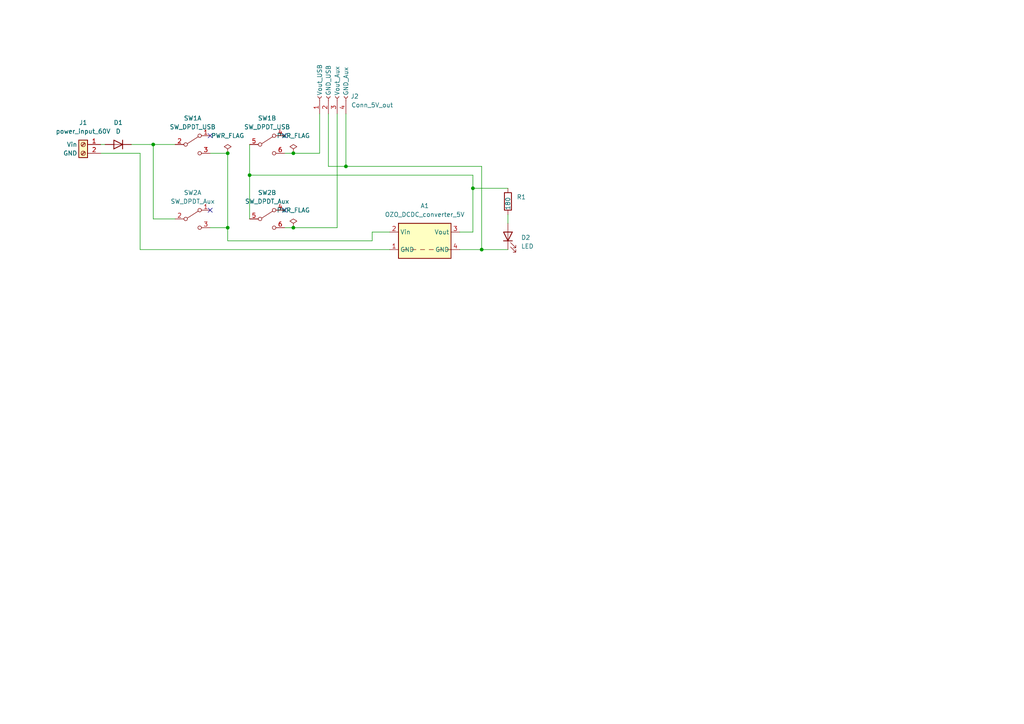
<source format=kicad_sch>
(kicad_sch (version 20211123) (generator eeschema)
  (paper "A4")
  (lib_symbols
    (symbol "Device:D" (pin_numbers hide) (pin_names (offset 1.016) hide)
      (property "Reference" "D" (at 0 2.54 0))
      (property "Value" "D" (at 0 -2.54 0))
      (symbol "D_0_1"
        (polyline (pts (xy -1.27 1.27) (xy -1.27 -1.27)) (stroke (width 0.254)))
        (polyline (pts (xy 1.27 0) (xy -1.27 0)))
        (polyline (pts (xy 1.27 1.27) (xy 1.27 -1.27) (xy -1.27 0) (xy 1.27 1.27)) (stroke (width 0.254)))
      )
      (symbol "D_1_1"
        (pin passive line (at -3.81 0 0) (length 2.54) (name "K") (number "1"))
        (pin passive line (at 3.81 0 180) (length 2.54) (name "A") (number "2"))
      )
    )
    (symbol "Device:LED" (pin_numbers hide) (pin_names (offset 1.016) hide)
      (property "Reference" "D" (at 0 2.54 0))
      (property "Value" "LED" (at 0 -2.54 0))
      (symbol "LED_0_1"
        (polyline (pts (xy -1.27 -1.27) (xy -1.27 1.27)) (stroke (width 0.254)))
        (polyline (pts (xy -1.27 0) (xy 1.27 0)))
        (polyline (pts (xy 1.27 -1.27) (xy 1.27 1.27) (xy -1.27 0) (xy 1.27 -1.27)) (stroke (width 0.254)))
        (polyline (pts (xy -3.048 -0.762) (xy -4.572 -2.286) (xy -3.81 -2.286) (xy -4.572 -2.286) (xy -4.572 -1.524)))
        (polyline (pts (xy -1.778 -0.762) (xy -3.302 -2.286) (xy -2.54 -2.286) (xy -3.302 -2.286) (xy -3.302 -1.524)))
      )
      (symbol "LED_1_1"
        (pin passive line (at -3.81 0 0) (length 2.54) (name "K") (number "1"))
        (pin passive line (at 3.81 0 180) (length 2.54) (name "A") (number "2"))
      )
    )
    (symbol "Device:R" (pin_numbers hide) (pin_names (offset 0))
      (property "Reference" "R" (at 2.032 0 90))
      (property "Value" "R" (at 0 0 90))
      (symbol "R_0_1"
        (rectangle (start -1.016 -2.54) (end 1.016 2.54) (stroke (width 0.254)))
      )
      (symbol "R_1_1"
        (pin passive line (at 0 3.81 270) (length 1.27) (name "~") (number "1"))
        (pin passive line (at 0 -3.81 90) (length 1.27) (name "~") (number "2"))
      )
    )
    (symbol "Switch:SW_DPDT_x2" (pin_names (offset 0) hide)
      (property "Reference" "SW" (at 0 4.318 0))
      (property "Value" "SW_DPDT_x2" (at 0 -5.08 0))
      (symbol "SW_DPDT_x2_0_0"
        (circle (center -2.032 0) (radius 0.508))
        (circle (center 2.032 -2.54) (radius 0.508))
      )
      (symbol "SW_DPDT_x2_0_1"
        (polyline (pts (xy -1.524 0.254) (xy 1.651 2.286)))
        (circle (center 2.032 2.54) (radius 0.508))
      )
      (symbol "SW_DPDT_x2_1_1"
        (pin passive line (at 5.08 2.54 180) (length 2.54) (name "A") (number "1"))
        (pin passive line (at -5.08 0 0) (length 2.54) (name "B") (number "2"))
        (pin passive line (at 5.08 -2.54 180) (length 2.54) (name "C") (number "3"))
      )
      (symbol "SW_DPDT_x2_2_1"
        (pin passive line (at 5.08 2.54 180) (length 2.54) (name "A") (number "4"))
        (pin passive line (at -5.08 0 0) (length 2.54) (name "B") (number "5"))
        (pin passive line (at 5.08 -2.54 180) (length 2.54) (name "C") (number "6"))
      )
    )
    (symbol "power:PWR_FLAG" (power) (pin_numbers hide) (pin_names (offset 0) hide)
      (property "Value" "PWR_FLAG" (at 0 3.81 0))
      (symbol "PWR_FLAG_0_0"
        (pin power_out line (at 0 0 90) (length 0) (name "pwr") (number "1"))
      )
      (symbol "PWR_FLAG_0_1"
        (polyline (pts (xy 0 0) (xy 0 1.27) (xy -1.016 1.905) (xy 0 2.54) (xy 1.016 1.905) (xy 0 1.27)))
      )
    )
    (symbol "vehicle-monitor:Conn_5V_out" (pin_names (offset 1.5))
      (property "Reference" "J" (at 0 5.08 0))
      (property "Value" "Conn_5V_out" (at 0 -7.62 0))
      (symbol "Conn_5V_out_1_1"
        (arc (start 0 -4.572) (mid -0.508 -5.08) (end 0 -5.588) (stroke (width 0.1524)))
        (arc (start 0 -2.032) (mid -0.508 -2.54) (end 0 -3.048) (stroke (width 0.1524)))
        (polyline (pts (xy -1.27 -5.08) (xy -0.508 -5.08)) (stroke (width 0.1524)))
        (polyline (pts (xy -1.27 -2.54) (xy -0.508 -2.54)) (stroke (width 0.1524)))
        (polyline (pts (xy -1.27 0) (xy -0.508 0)) (stroke (width 0.1524)))
        (polyline (pts (xy -1.27 2.54) (xy -0.508 2.54)) (stroke (width 0.1524)))
        (arc (start 0 0.508) (mid -0.508 0) (end 0 -0.508) (stroke (width 0.1524)))
        (arc (start 0 3.048) (mid -0.508 2.54) (end 0 2.032) (stroke (width 0.1524)))
        (pin power_in line (at -5.08 2.54 0) (length 3.81) (name "Vout_USB") (number "1"))
        (pin power_in line (at -5.08 0 0) (length 3.81) (name "GND_USB") (number "2"))
        (pin power_in line (at -5.08 -2.54 0) (length 3.81) (name "Vout_Aux") (number "3"))
        (pin power_in line (at -5.08 -5.08 0) (length 3.81) (name "GND_Aux") (number "4"))
      )
    )
    (symbol "vehicle-monitor:OZO_DCDC_converter_5V"
      (property "Reference" "A" (at -7.62 6.35 0))
      (property "Value" "OZO_DCDC_converter_5V" (at 1.27 6.35 0))
      (symbol "OZO_DCDC_converter_5V_0_0"
        (pin power_in line (at -10.16 -2.54 0) (length 2.54) (name "GND") (number "1"))
        (pin power_in line (at -10.16 2.54 0) (length 2.54) (name "Vin") (number "2"))
        (pin power_out line (at 10.16 2.54 180) (length 2.54) (name "Vout") (number "3"))
        (pin power_out line (at 10.16 -2.54 180) (length 2.54) (name "GND") (number "4"))
      )
      (symbol "OZO_DCDC_converter_5V_0_1"
        (rectangle (start -7.62 5.08) (end 7.62 -5.08) (stroke (width 0.254)) (fill (type background)))
        (polyline (pts (xy -6.35 -2.54) (xy -5.08 -2.54)))
        (polyline (pts (xy -3.81 -2.54) (xy -2.54 -2.54)))
        (polyline (pts (xy -1.27 -2.54) (xy 0 -2.54)))
        (polyline (pts (xy 1.27 -2.54) (xy 2.54 -2.54)))
        (polyline (pts (xy 3.81 -2.54) (xy 5.08 -2.54)))
        (polyline (pts (xy 6.35 -2.54) (xy 7.62 -2.54)))
      )
    )
    (symbol "vehicle-monitor:power_input_60V" (pin_names (offset 3))
      (property "Reference" "J" (at 0 2.54 0))
      (property "Value" "power_input_60V" (at 0 -5.08 0))
      (symbol "power_input_60V_1_1"
        (rectangle (start -1.27 1.27) (end 1.27 -3.81) (stroke (width 0.254)) (fill (type background)))
        (circle (center 0 -2.54) (radius 0.635) (stroke (width 0.1524)))
        (polyline (pts (xy -0.5334 -2.2098) (xy 0.3302 -3.048)) (stroke (width 0.1524)))
        (polyline (pts (xy -0.5334 0.3302) (xy 0.3302 -0.508)) (stroke (width 0.1524)))
        (polyline (pts (xy -0.3556 -2.032) (xy 0.508 -2.8702)) (stroke (width 0.1524)))
        (polyline (pts (xy -0.3556 0.508) (xy 0.508 -0.3302)) (stroke (width 0.1524)))
        (circle (center 0 0) (radius 0.635) (stroke (width 0.1524)))
        (pin power_out line (at -5.08 0 0) (length 3.81) (name "Vin") (number "1"))
        (pin power_out line (at -5.08 -2.54 0) (length 3.81) (name "GND") (number "2"))
      )
    )
  )
  (junction (at 66.04 66.04))
  (junction (at 72.39 50.8))
  (junction (at 66.04 44.45))
  (junction (at 100.33 48.26))
  (junction (at 44.45 41.91))
  (junction (at 137.16 54.61))
  (junction (at 139.7 72.39))
  (junction (at 85.09 66.04))
  (junction (at 85.09 44.45))
  (no_connect (at 82.55 39.37))
  (no_connect (at 60.96 39.37))
  (no_connect (at 82.55 60.96))
  (no_connect (at 60.96 60.96))
  (wire (pts (xy 107.95 67.31) (xy 113.03 67.31)))
  (wire (pts (xy 147.32 62.23) (xy 147.32 64.77)))
  (wire (pts (xy 72.39 50.8) (xy 72.39 41.91)))
  (wire (pts (xy 44.45 41.91) (xy 44.45 63.5)))
  (wire (pts (xy 44.45 41.91) (xy 50.8 41.91)))
  (wire (pts (xy 100.33 48.26) (xy 95.25 48.26)))
  (wire (pts (xy 139.7 72.39) (xy 139.7 48.26)))
  (wire (pts (xy 66.04 69.85) (xy 107.95 69.85)))
  (wire (pts (xy 100.33 33.02) (xy 100.33 48.26)))
  (wire (pts (xy 139.7 72.39) (xy 147.32 72.39)))
  (wire (pts (xy 85.09 66.04) (xy 97.79 66.04)))
  (wire (pts (xy 29.21 41.91) (xy 30.48 41.91)))
  (wire (pts (xy 137.16 67.31) (xy 137.16 54.61)))
  (wire (pts (xy 38.1 41.91) (xy 44.45 41.91)))
  (wire (pts (xy 66.04 44.45) (xy 66.04 66.04)))
  (wire (pts (xy 29.21 44.45) (xy 40.64 44.45)))
  (wire (pts (xy 137.16 54.61) (xy 137.16 50.8)))
  (wire (pts (xy 60.96 44.45) (xy 66.04 44.45)))
  (wire (pts (xy 82.55 66.04) (xy 85.09 66.04)))
  (wire (pts (xy 133.35 72.39) (xy 139.7 72.39)))
  (wire (pts (xy 44.45 63.5) (xy 50.8 63.5)))
  (wire (pts (xy 137.16 50.8) (xy 72.39 50.8)))
  (wire (pts (xy 66.04 66.04) (xy 66.04 69.85)))
  (wire (pts (xy 40.64 44.45) (xy 40.64 72.39)))
  (wire (pts (xy 85.09 44.45) (xy 92.71 44.45)))
  (wire (pts (xy 97.79 33.02) (xy 97.79 66.04)))
  (wire (pts (xy 107.95 69.85) (xy 107.95 67.31)))
  (wire (pts (xy 113.03 72.39) (xy 40.64 72.39)))
  (wire (pts (xy 139.7 48.26) (xy 100.33 48.26)))
  (wire (pts (xy 72.39 50.8) (xy 72.39 63.5)))
  (wire (pts (xy 133.35 67.31) (xy 137.16 67.31)))
  (wire (pts (xy 60.96 66.04) (xy 66.04 66.04)))
  (wire (pts (xy 95.25 33.02) (xy 95.25 48.26)))
  (wire (pts (xy 92.71 33.02) (xy 92.71 44.45)))
  (wire (pts (xy 82.55 44.45) (xy 85.09 44.45)))
  (wire (pts (xy 137.16 54.61) (xy 147.32 54.61)))
  (symbol (lib_id "Switch:SW_DPDT_x2") (at 77.47 63.5 0) (unit 2)
    (property "Reference" "SW2" (at 77.47 55.88 0))
    (property "Value" "SW_DPDT_Aux" (at 77.47 58.42 0))
    (property "Footprint" "Connector_PinHeader_2.54mm:PinHeader_1x06_P2.54mm_Vertical" (effects hide))
  )
  (symbol (lib_id "power:PWR_FLAG") (at 66.04 44.45 0) (unit 1)
    (property "Reference" "#FLG0101" (effects hide))
    (property "Value" "PWR_FLAG" (at 66.04 39.37 0))
  )
  (symbol (lib_id "Device:R") (at 147.32 58.42 0) (unit 1)
    (property "Reference" "R1" (at 149.86 57.1499 0) (effects (justify left)))
    (property "Value" "180" (at 147.32 60.96 90) (effects (justify left)))
    (property "Footprint" "Resistor_THT:R_Axial_DIN0207_L6.3mm_D2.5mm_P10.16mm_Horizontal" (effects hide))
  )
  (symbol (lib_id "vehicle-monitor:Conn_5V_out") (at 95.25 27.94 90) (unit 1)
    (property "Reference" "J2" (at 102.87 27.94 90))
    (property "Value" "Conn_5V_out" (at 107.95 30.48 90))
    (property "Footprint" "Connector_PinSocket_2.54mm:PinSocket_1x04_P2.54mm_Vertical" (effects hide))
  )
  (symbol (lib_id "Device:LED") (at 147.32 68.58 90) (unit 1)
    (property "Reference" "D2" (at 151.13 68.8974 90) (effects (justify right)))
    (property "Value" "LED" (at 151.13 71.4374 90) (effects (justify right)))
    (property "Footprint" "Connector_PinSocket_2.54mm:PinSocket_1x02_P2.54mm_Vertical" (effects hide))
  )
  (symbol (lib_id "Switch:SW_DPDT_x2") (at 55.88 41.91 0) (unit 1)
    (property "Reference" "SW1" (at 55.88 34.29 0))
    (property "Value" "SW_DPDT_USB" (at 55.88 36.83 0))
    (property "Footprint" "Connector_PinHeader_2.54mm:PinHeader_1x06_P2.54mm_Vertical" (effects hide))
  )
  (symbol (lib_id "power:PWR_FLAG") (at 85.09 44.45 0) (unit 1)
    (property "Reference" "#FLG0103" (effects hide))
    (property "Value" "PWR_FLAG" (at 85.09 39.37 0))
  )
  (symbol (lib_id "vehicle-monitor:power_input_60V") (at 24.13 41.91 0) (mirror y) (unit 1)
    (property "Reference" "J1" (at 24.13 35.56 0))
    (property "Value" "power_input_60V" (at 24.13 38.1 0))
    (property "Footprint" "TerminalBlock_Phoenix:TerminalBlock_Phoenix_MKDS-1,5-2-5.08_1x02_P5.08mm_Horizontal" (effects hide))
  )
  (symbol (lib_id "Device:D") (at 34.29 41.91 180) (unit 1)
    (property "Reference" "D1" (at 34.29 35.56 0))
    (property "Value" "D" (at 34.29 38.1 0))
    (property "Footprint" "Diode_THT:D_5W_P12.70mm_Horizontal" (effects hide))
  )
  (symbol (lib_id "Switch:SW_DPDT_x2") (at 55.88 63.5 0) (unit 1)
    (property "Reference" "SW2" (at 55.88 55.88 0))
    (property "Value" "SW_DPDT_Aux" (at 55.88 58.42 0))
    (property "Footprint" "Connector_PinHeader_2.54mm:PinHeader_1x06_P2.54mm_Vertical" (effects hide))
  )
  (symbol (lib_id "Switch:SW_DPDT_x2") (at 77.47 41.91 0) (unit 2)
    (property "Reference" "SW1" (at 77.47 34.29 0))
    (property "Value" "SW_DPDT_USB" (at 77.47 36.83 0))
    (property "Footprint" "Connector_PinHeader_2.54mm:PinHeader_1x06_P2.54mm_Vertical" (effects hide))
  )
  (symbol (lib_id "vehicle-monitor:OZO_DCDC_converter_5V") (at 123.19 69.85 0) (unit 1)
    (property "Reference" "A1" (at 123.19 59.69 0))
    (property "Value" "OZO_DCDC_converter_5V" (at 123.19 62.23 0))
    (property "Footprint" "Connector_PinHeader_2.54mm:PinHeader_1x04_P2.54mm_Vertical" (effects hide))
  )
  (symbol (lib_id "power:PWR_FLAG") (at 85.09 66.04 0) (unit 1)
    (property "Reference" "#FLG0102" (effects hide))
    (property "Value" "PWR_FLAG" (at 85.09 60.96 0))
  )
)
</source>
